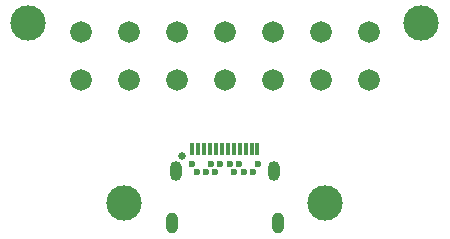
<source format=gbr>
%TF.GenerationSoftware,KiCad,Pcbnew,7.0.5*%
%TF.CreationDate,2024-03-06T09:17:32-05:00*%
%TF.ProjectId,SaberCord_Copy_Male,53616265-7243-46f7-9264-5f436f70795f,rev?*%
%TF.SameCoordinates,Original*%
%TF.FileFunction,Soldermask,Top*%
%TF.FilePolarity,Negative*%
%FSLAX46Y46*%
G04 Gerber Fmt 4.6, Leading zero omitted, Abs format (unit mm)*
G04 Created by KiCad (PCBNEW 7.0.5) date 2024-03-06 09:17:32*
%MOMM*%
%LPD*%
G01*
G04 APERTURE LIST*
%ADD10C,0.650000*%
%ADD11O,1.000000X1.700000*%
%ADD12O,1.000000X1.800000*%
%ADD13R,0.300000X1.000000*%
%ADD14C,0.600000*%
%ADD15C,3.000000*%
%ADD16C,1.828800*%
G04 APERTURE END LIST*
D10*
%TO.C,J2*%
X136735000Y-88190000D03*
D11*
X136210000Y-89440000D03*
D12*
X135850000Y-93830000D03*
X144820000Y-93830000D03*
D11*
X144460000Y-89440000D03*
D13*
X137585000Y-87630000D03*
X138085000Y-87630000D03*
X138585000Y-87630000D03*
X139085000Y-87630000D03*
X139585000Y-87630000D03*
X140085000Y-87630000D03*
X140585000Y-87630000D03*
X141085000Y-87630000D03*
X141585000Y-87630000D03*
X142085000Y-87630000D03*
X142585000Y-87630000D03*
X143085000Y-87630000D03*
D14*
X143135000Y-88840000D03*
X142735000Y-89540000D03*
X141935000Y-89540000D03*
X141535000Y-88840000D03*
X141135000Y-89540000D03*
X140735000Y-88840000D03*
X139935000Y-88840000D03*
X139535000Y-89540000D03*
X139135000Y-88840000D03*
X138735000Y-89540000D03*
X137935000Y-89540000D03*
X137535000Y-88840000D03*
%TD*%
D15*
%TO.C,H1*%
X123698000Y-76962000D03*
%TD*%
%TO.C,H4*%
X148844000Y-92202000D03*
%TD*%
%TO.C,H3*%
X131826000Y-92202000D03*
%TD*%
%TO.C,H2*%
X156972000Y-76962000D03*
%TD*%
D16*
%TO.C,J1*%
X128143000Y-77724000D03*
X132207000Y-77724000D03*
X136271000Y-77724000D03*
X140335000Y-77724000D03*
X144399000Y-77724000D03*
X148463000Y-77724000D03*
X152527000Y-77724000D03*
X128143000Y-81788000D03*
X132207000Y-81788000D03*
X136271000Y-81788000D03*
X140335000Y-81788000D03*
X144399000Y-81788000D03*
X148463000Y-81788000D03*
X152527000Y-81788000D03*
%TD*%
M02*

</source>
